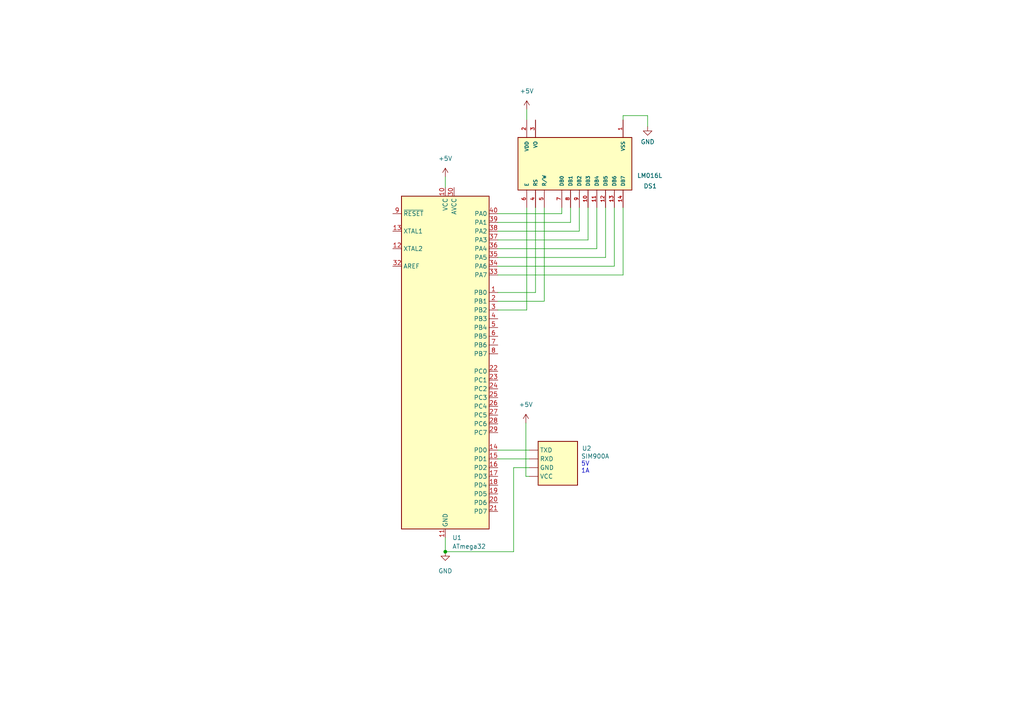
<source format=kicad_sch>
(kicad_sch (version 20211123) (generator eeschema)
  (paper "A4")
  (lib_symbols
    (symbol "ICT Project 2:LM016L" (pin_names (offset 1.016))
      (property "Reference" "DS" (at -9.9314 15.7734 0))
      (property "Value" "LM016L" (at -9.906 -19.8374 0))
      (symbol "LM016L_0_0"
        (rectangle (start -10.16 -17.78) (end 5.08 15.24) (stroke (width 0.254)) (fill (type background)))
        (pin power_in line (at 10.16 -15.24 180) (length 5.08) (name "VSS") (number "1"))
        (pin bidirectional line (at -15.24 -5.08 0) (length 5.08) (name "DB3") (number "10"))
        (pin bidirectional line (at -15.24 -7.62 0) (length 5.08) (name "DB4") (number "11"))
        (pin bidirectional line (at -15.24 -10.16 0) (length 5.08) (name "DB5") (number "12"))
        (pin bidirectional line (at -15.24 -12.7 0) (length 5.08) (name "DB6") (number "13"))
        (pin bidirectional line (at -15.24 -15.24 0) (length 5.08) (name "DB7") (number "14"))
        (pin power_in line (at 10.16 12.7 180) (length 5.08) (name "VDD") (number "2"))
        (pin power_in line (at 10.16 10.16 180) (length 5.08) (name "VO") (number "3"))
        (pin input line (at -15.24 10.16 0) (length 5.08) (name "RS") (number "4"))
        (pin input line (at -15.24 7.62 0) (length 5.08) (name "R/W") (number "5"))
        (pin input line (at -15.24 12.7 0) (length 5.08) (name "E") (number "6"))
        (pin bidirectional line (at -15.24 2.54 0) (length 5.08) (name "DB0") (number "7"))
        (pin bidirectional line (at -15.24 0 0) (length 5.08) (name "DB1") (number "8"))
        (pin bidirectional line (at -15.24 -2.54 0) (length 5.08) (name "DB2") (number "9"))
      )
    )
    (symbol "MCU_Microchip_ATmega:ATmega32A-P"
      (property "Reference" "U" (at -12.7 49.53 0))
      (property "Value" "ATmega32A-P" (at 2.54 -49.53 0))
      (symbol "ATmega32A-P_0_1"
        (rectangle (start -12.7 -48.26) (end 12.7 48.26) (stroke (width 0.254)) (fill (type background)))
      )
      (symbol "ATmega32A-P_1_1"
        (pin bidirectional line (at 15.24 20.32 180) (length 2.54) (name "PB0") (number "1"))
        (pin power_in line (at 0 50.8 270) (length 2.54) (name "VCC") (number "10"))
        (pin power_in line (at 0 -50.8 90) (length 2.54) (name "GND") (number "11"))
        (pin output line (at -15.24 33.02 0) (length 2.54) (name "XTAL2") (number "12"))
        (pin input line (at -15.24 38.1 0) (length 2.54) (name "XTAL1") (number "13"))
        (pin bidirectional line (at 15.24 -25.4 180) (length 2.54) (name "PD0") (number "14"))
        (pin bidirectional line (at 15.24 -27.94 180) (length 2.54) (name "PD1") (number "15"))
        (pin bidirectional line (at 15.24 -30.48 180) (length 2.54) (name "PD2") (number "16"))
        (pin bidirectional line (at 15.24 -33.02 180) (length 2.54) (name "PD3") (number "17"))
        (pin bidirectional line (at 15.24 -35.56 180) (length 2.54) (name "PD4") (number "18"))
        (pin bidirectional line (at 15.24 -38.1 180) (length 2.54) (name "PD5") (number "19"))
        (pin bidirectional line (at 15.24 17.78 180) (length 2.54) (name "PB1") (number "2"))
        (pin bidirectional line (at 15.24 -40.64 180) (length 2.54) (name "PD6") (number "20"))
        (pin bidirectional line (at 15.24 -43.18 180) (length 2.54) (name "PD7") (number "21"))
        (pin bidirectional line (at 15.24 -2.54 180) (length 2.54) (name "PC0") (number "22"))
        (pin bidirectional line (at 15.24 -5.08 180) (length 2.54) (name "PC1") (number "23"))
        (pin bidirectional line (at 15.24 -7.62 180) (length 2.54) (name "PC2") (number "24"))
        (pin bidirectional line (at 15.24 -10.16 180) (length 2.54) (name "PC3") (number "25"))
        (pin bidirectional line (at 15.24 -12.7 180) (length 2.54) (name "PC4") (number "26"))
        (pin bidirectional line (at 15.24 -15.24 180) (length 2.54) (name "PC5") (number "27"))
        (pin bidirectional line (at 15.24 -17.78 180) (length 2.54) (name "PC6") (number "28"))
        (pin bidirectional line (at 15.24 -20.32 180) (length 2.54) (name "PC7") (number "29"))
        (pin bidirectional line (at 15.24 15.24 180) (length 2.54) (name "PB2") (number "3"))
        (pin power_in line (at 2.54 50.8 270) (length 2.54) (name "AVCC") (number "30"))
        (pin passive line (at 0 -50.8 90) (length 2.54) hide (name "GND") (number "31"))
        (pin passive line (at -15.24 27.94 0) (length 2.54) (name "AREF") (number "32"))
        (pin bidirectional line (at 15.24 25.4 180) (length 2.54) (name "PA7") (number "33"))
        (pin bidirectional line (at 15.24 27.94 180) (length 2.54) (name "PA6") (number "34"))
        (pin bidirectional line (at 15.24 30.48 180) (length 2.54) (name "PA5") (number "35"))
        (pin bidirectional line (at 15.24 33.02 180) (length 2.54) (name "PA4") (number "36"))
        (pin bidirectional line (at 15.24 35.56 180) (length 2.54) (name "PA3") (number "37"))
        (pin bidirectional line (at 15.24 38.1 180) (length 2.54) (name "PA2") (number "38"))
        (pin bidirectional line (at 15.24 40.64 180) (length 2.54) (name "PA1") (number "39"))
        (pin bidirectional line (at 15.24 12.7 180) (length 2.54) (name "PB3") (number "4"))
        (pin bidirectional line (at 15.24 43.18 180) (length 2.54) (name "PA0") (number "40"))
        (pin bidirectional line (at 15.24 10.16 180) (length 2.54) (name "PB4") (number "5"))
        (pin bidirectional line (at 15.24 7.62 180) (length 2.54) (name "PB5") (number "6"))
        (pin bidirectional line (at 15.24 5.08 180) (length 2.54) (name "PB6") (number "7"))
        (pin bidirectional line (at 15.24 2.54 180) (length 2.54) (name "PB7") (number "8"))
        (pin input line (at -15.24 43.18 0) (length 2.54) (name "~{RESET}") (number "9"))
      )
    )
    (symbol "SIM900A:SIM900A"
      (property "Reference" "U" (at -15.24 34.29 0))
      (property "Value" "SIM900A" (at -7.62 34.29 0))
      (symbol "SIM900A_0_1"
        (rectangle (start -15.24 33.02) (end -3.81 20.32) (stroke (width 0.254)) (fill (type background)))
      )
      (symbol "SIM900A_1_1"
        (pin passive line (at -17.78 25.4 0) (length 2.54) (name "GND") (number ""))
        (pin input line (at -17.78 27.94 0) (length 2.54) (name "RXD") (number ""))
        (pin output line (at -17.78 30.48 0) (length 2.54) (name "TXD") (number ""))
        (pin power_in line (at -17.78 22.86 0) (length 2.54) (name "VCC") (number ""))
      )
    )
    (symbol "power:+5V" (power) (pin_names (offset 0))
      (property "Value" "+5V" (at 0 3.556 0))
      (symbol "+5V_0_1"
        (polyline (pts (xy -0.762 1.27) (xy 0 2.54)))
        (polyline (pts (xy 0 0) (xy 0 2.54)))
        (polyline (pts (xy 0 2.54) (xy 0.762 1.27)))
      )
      (symbol "+5V_1_1"
        (pin power_in line (at 0 0 90) (length 0) hide (name "+5V") (number "1"))
      )
    )
    (symbol "power:GND" (power) (pin_names (offset 0))
      (property "Value" "GND" (at 0 -3.81 0))
      (symbol "GND_0_1"
        (polyline (pts (xy 0 0) (xy 0 -1.27) (xy 1.27 -1.27) (xy 0 -2.54) (xy -1.27 -1.27) (xy 0 -1.27)))
      )
      (symbol "GND_1_1"
        (pin power_in line (at 0 0 270) (length 0) hide (name "GND") (number "1"))
      )
    )
  )
  (junction (at 129.159 160.02))
  (wire (pts (xy 175.641 74.676) (xy 175.641 60.198)))
  (wire (pts (xy 152.781 31.75) (xy 152.781 34.798)))
  (wire (pts (xy 144.399 64.516) (xy 165.481 64.516)))
  (wire (pts (xy 173.101 60.198) (xy 173.101 72.136)))
  (wire (pts (xy 152.527 122.682) (xy 152.527 138.176)))
  (wire (pts (xy 144.399 69.596) (xy 170.561 69.596)))
  (wire (pts (xy 180.721 33.528) (xy 187.833 33.528)))
  (wire (pts (xy 178.181 60.198) (xy 178.181 77.216)))
  (wire (pts (xy 180.721 79.756) (xy 180.721 60.198)))
  (wire (pts (xy 144.399 74.676) (xy 175.641 74.676)))
  (wire (pts (xy 155.321 84.836) (xy 155.321 60.198)))
  (wire (pts (xy 129.159 160.02) (xy 148.971 160.02)))
  (wire (pts (xy 157.861 60.198) (xy 157.861 87.376)))
  (wire (pts (xy 152.527 138.176) (xy 153.543 138.176)))
  (wire (pts (xy 148.971 135.636) (xy 153.543 135.636)))
  (wire (pts (xy 168.021 60.198) (xy 168.021 67.056)))
  (wire (pts (xy 144.399 130.556) (xy 153.543 130.556)))
  (wire (pts (xy 173.101 72.136) (xy 144.399 72.136)))
  (wire (pts (xy 178.181 77.216) (xy 144.399 77.216)))
  (wire (pts (xy 144.399 87.376) (xy 157.861 87.376)))
  (wire (pts (xy 144.399 89.916) (xy 152.781 89.916)))
  (wire (pts (xy 168.021 67.056) (xy 144.399 67.056)))
  (wire (pts (xy 170.561 69.596) (xy 170.561 60.198)))
  (wire (pts (xy 180.721 34.798) (xy 180.721 33.528)))
  (wire (pts (xy 144.399 61.976) (xy 162.941 61.976)))
  (wire (pts (xy 144.399 84.836) (xy 155.321 84.836)))
  (wire (pts (xy 165.481 64.516) (xy 165.481 60.198)))
  (wire (pts (xy 148.971 160.02) (xy 148.971 135.636)))
  (wire (pts (xy 144.399 133.096) (xy 153.543 133.096)))
  (wire (pts (xy 162.941 61.976) (xy 162.941 60.198)))
  (wire (pts (xy 144.399 79.756) (xy 180.721 79.756)))
  (wire (pts (xy 187.833 33.528) (xy 187.833 36.703)))
  (wire (pts (xy 129.159 155.956) (xy 129.159 160.02)))
  (wire (pts (xy 152.781 89.916) (xy 152.781 60.198)))
  (wire (pts (xy 129.159 54.356) (xy 129.159 51.308)))
  (text "5V\n1A" (at 168.529 137.4141 0) (effects (font (size 1.27 1.27)) (justify left bottom)))
  (symbol (lib_id "power:+5V") (at 129.159 51.308 0) (unit 1)
    (property "Reference" "#PWR?" (effects hide))
    (property "Value" "+5V" (at 129.159 45.974 0))
  )
  (symbol (lib_id "power:+5V") (at 152.527 122.682 0) (unit 1)
    (property "Reference" "#PWR03" (effects hide))
    (property "Value" "+5V" (at 152.527 117.348 0))
  )
  (symbol (lib_id "power:GND") (at 129.159 160.02 0) (unit 1)
    (property "Reference" "#PWR02" (effects hide))
    (property "Value" "GND" (at 129.159 165.608 0))
  )
  (symbol (lib_id "power:+5V") (at 152.781 31.75 0) (unit 1)
    (property "Reference" "#PWR?" (effects hide))
    (property "Value" "+5V" (at 152.781 26.416 0))
  )
  (symbol (lib_id "SIM900A:SIM900A") (at 171.323 161.036 0) (unit 1)
    (property "Reference" "U2" (at 168.783 130.0481 0) (effects (justify left)))
    (property "Value" "SIM900A" (at 168.529 132.334 0) (effects (justify left)))
    (property "Footprint" "RF_GSM:SIMCom_SIM900" (effects hide))
    (property "Datasheet" "http://simcom.ee/documents/SIM900/SIM900_Hardware%20Design_V2.05.pdf" (effects hide))
  )
  (symbol (lib_id "MCU_Microchip_ATmega:ATmega32A-P") (at 129.159 105.156 0) (unit 1)
    (property "Reference" "U1" (at 131.1784 155.956 0) (effects (justify left)))
    (property "Value" "ATmega32" (at 131.1784 158.496 0) (effects (justify left)))
    (property "Footprint" "Package_DIP:DIP-40_W15.24mm" (effects hide))
    (property "Datasheet" "http://ww1.microchip.com/downloads/en/DeviceDoc/atmel-8155-8-bit-microcontroller-avr-atmega32a_datasheet.pdf" (effects hide))
  )
  (symbol (lib_id "power:GND") (at 187.833 36.703 0) (unit 1)
    (property "Reference" "#PWR?" (effects hide))
    (property "Value" "GND" (at 187.833 41.148 0))
  )
  (symbol (lib_id "ICT Project 2:LM016L") (at 165.481 44.958 90) (unit 1)
    (property "Reference" "DS1" (at 188.595 53.975 90))
    (property "Value" "LM016L" (at 188.468 50.927 90))
    (property "Footprint" "ICT Project 2:LCD_LM016L" (effects hide))
    (property "MANUFACTURER" "Hitachi" (effects hide))
  )
)
</source>
